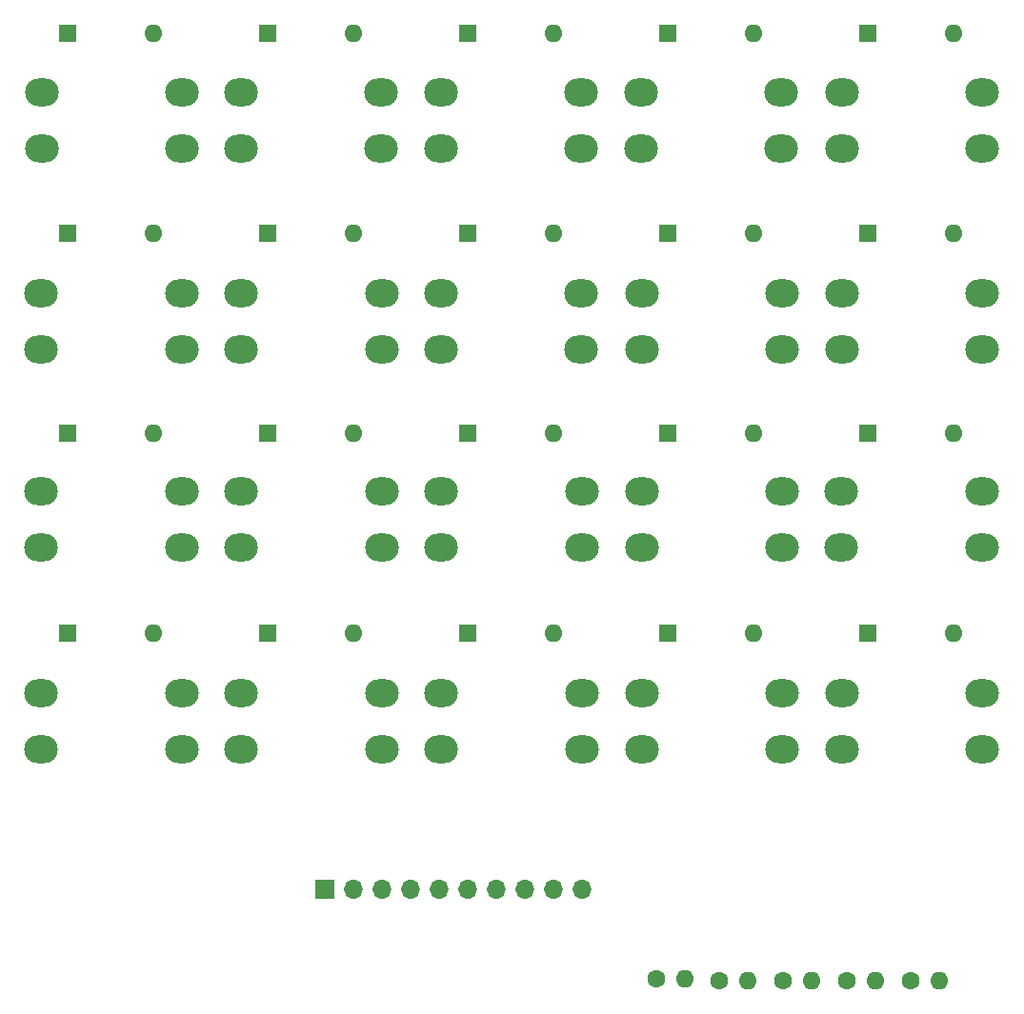
<source format=gbs>
G04 #@! TF.GenerationSoftware,KiCad,Pcbnew,7.0.6*
G04 #@! TF.CreationDate,2024-12-08T10:07:36-05:00*
G04 #@! TF.ProjectId,Keypad,4b657970-6164-42e6-9b69-6361645f7063,rev?*
G04 #@! TF.SameCoordinates,Original*
G04 #@! TF.FileFunction,Soldermask,Bot*
G04 #@! TF.FilePolarity,Negative*
%FSLAX46Y46*%
G04 Gerber Fmt 4.6, Leading zero omitted, Abs format (unit mm)*
G04 Created by KiCad (PCBNEW 7.0.6) date 2024-12-08 10:07:36*
%MOMM*%
%LPD*%
G01*
G04 APERTURE LIST*
%ADD10C,1.600000*%
%ADD11O,1.600000X1.600000*%
%ADD12O,3.000000X2.500000*%
%ADD13R,1.600000X1.600000*%
%ADD14R,1.700000X1.700000*%
%ADD15O,1.700000X1.700000*%
G04 APERTURE END LIST*
D10*
X204125000Y-111975000D03*
D11*
X206665000Y-111975000D03*
D12*
X204055000Y-55880000D03*
X191555000Y-55880000D03*
X204055000Y-50880000D03*
X191555000Y-50880000D03*
X186195000Y-55880000D03*
X173695000Y-55880000D03*
X186195000Y-50880000D03*
X173695000Y-50880000D03*
D13*
X140555000Y-27740000D03*
D11*
X148175000Y-27740000D03*
D13*
X158335000Y-45520000D03*
D11*
X165955000Y-45520000D03*
D12*
X186235000Y-91440000D03*
X173735000Y-91440000D03*
X186235000Y-86440000D03*
X173735000Y-86440000D03*
D13*
X211675000Y-27740000D03*
D11*
X219295000Y-27740000D03*
D12*
X221835000Y-91440000D03*
X209335000Y-91440000D03*
X221835000Y-86440000D03*
X209335000Y-86440000D03*
X168455000Y-91440000D03*
X155955000Y-91440000D03*
X168455000Y-86440000D03*
X155955000Y-86440000D03*
D13*
X193895000Y-81080000D03*
D11*
X201515000Y-81080000D03*
D12*
X186235000Y-73460000D03*
X173735000Y-73460000D03*
X186235000Y-68460000D03*
X173735000Y-68460000D03*
X221835000Y-55880000D03*
X209335000Y-55880000D03*
X221835000Y-50880000D03*
X209335000Y-50880000D03*
D10*
X215425000Y-112000000D03*
D11*
X217965000Y-112000000D03*
D10*
X198450000Y-111975000D03*
D11*
X200990000Y-111975000D03*
D13*
X176115000Y-81080000D03*
D11*
X183735000Y-81080000D03*
D13*
X211675000Y-81080000D03*
D11*
X219295000Y-81080000D03*
D13*
X193895000Y-27740000D03*
D11*
X201515000Y-27740000D03*
D12*
X186195000Y-37960000D03*
X173695000Y-37960000D03*
X186195000Y-32960000D03*
X173695000Y-32960000D03*
D13*
X211675000Y-45520000D03*
D11*
X219295000Y-45520000D03*
D13*
X140555000Y-45520000D03*
D11*
X148175000Y-45520000D03*
D12*
X150715000Y-37960000D03*
X138215000Y-37960000D03*
X150715000Y-32960000D03*
X138215000Y-32960000D03*
X203975000Y-37960000D03*
X191475000Y-37960000D03*
X203975000Y-32960000D03*
X191475000Y-32960000D03*
X168415000Y-37960000D03*
X155915000Y-37960000D03*
X168415000Y-32960000D03*
X155915000Y-32960000D03*
D10*
X192850000Y-111850000D03*
D11*
X195390000Y-111850000D03*
D12*
X150675000Y-73460000D03*
X138175000Y-73460000D03*
X150675000Y-68460000D03*
X138175000Y-68460000D03*
D13*
X176115000Y-27740000D03*
D11*
X183735000Y-27740000D03*
D13*
X158335000Y-27740000D03*
D11*
X165955000Y-27740000D03*
D12*
X168455000Y-73460000D03*
X155955000Y-73460000D03*
X168455000Y-68460000D03*
X155955000Y-68460000D03*
D13*
X211675000Y-63300000D03*
D11*
X219295000Y-63300000D03*
D13*
X176115000Y-63300000D03*
D11*
X183735000Y-63300000D03*
D14*
X163380000Y-103875000D03*
D15*
X165920000Y-103875000D03*
X168460000Y-103875000D03*
X171000000Y-103875000D03*
X173540000Y-103875000D03*
X176080000Y-103875000D03*
X178620000Y-103875000D03*
X181160000Y-103875000D03*
X183700000Y-103875000D03*
X186240000Y-103875000D03*
D13*
X158335000Y-63300000D03*
D11*
X165955000Y-63300000D03*
D13*
X140555000Y-63300000D03*
D11*
X148175000Y-63300000D03*
D13*
X176115000Y-45520000D03*
D11*
X183735000Y-45520000D03*
D12*
X204055000Y-91440000D03*
X191555000Y-91440000D03*
X204055000Y-86440000D03*
X191555000Y-86440000D03*
X168455000Y-55880000D03*
X155955000Y-55880000D03*
X168455000Y-50880000D03*
X155955000Y-50880000D03*
D13*
X193895000Y-63300000D03*
D11*
X201515000Y-63300000D03*
D13*
X140555000Y-81080000D03*
D11*
X148175000Y-81080000D03*
D10*
X209750000Y-111975000D03*
D11*
X212290000Y-111975000D03*
D12*
X150675000Y-91440000D03*
X138175000Y-91440000D03*
X150675000Y-86440000D03*
X138175000Y-86440000D03*
D13*
X158335000Y-81080000D03*
D11*
X165955000Y-81080000D03*
D13*
X193895000Y-45520000D03*
D11*
X201515000Y-45520000D03*
D12*
X221795000Y-73460000D03*
X209295000Y-73460000D03*
X221795000Y-68460000D03*
X209295000Y-68460000D03*
X221835000Y-37960000D03*
X209335000Y-37960000D03*
X221835000Y-32960000D03*
X209335000Y-32960000D03*
X204055000Y-73460000D03*
X191555000Y-73460000D03*
X204055000Y-68460000D03*
X191555000Y-68460000D03*
X150675000Y-55880000D03*
X138175000Y-55880000D03*
X150675000Y-50880000D03*
X138175000Y-50880000D03*
M02*

</source>
